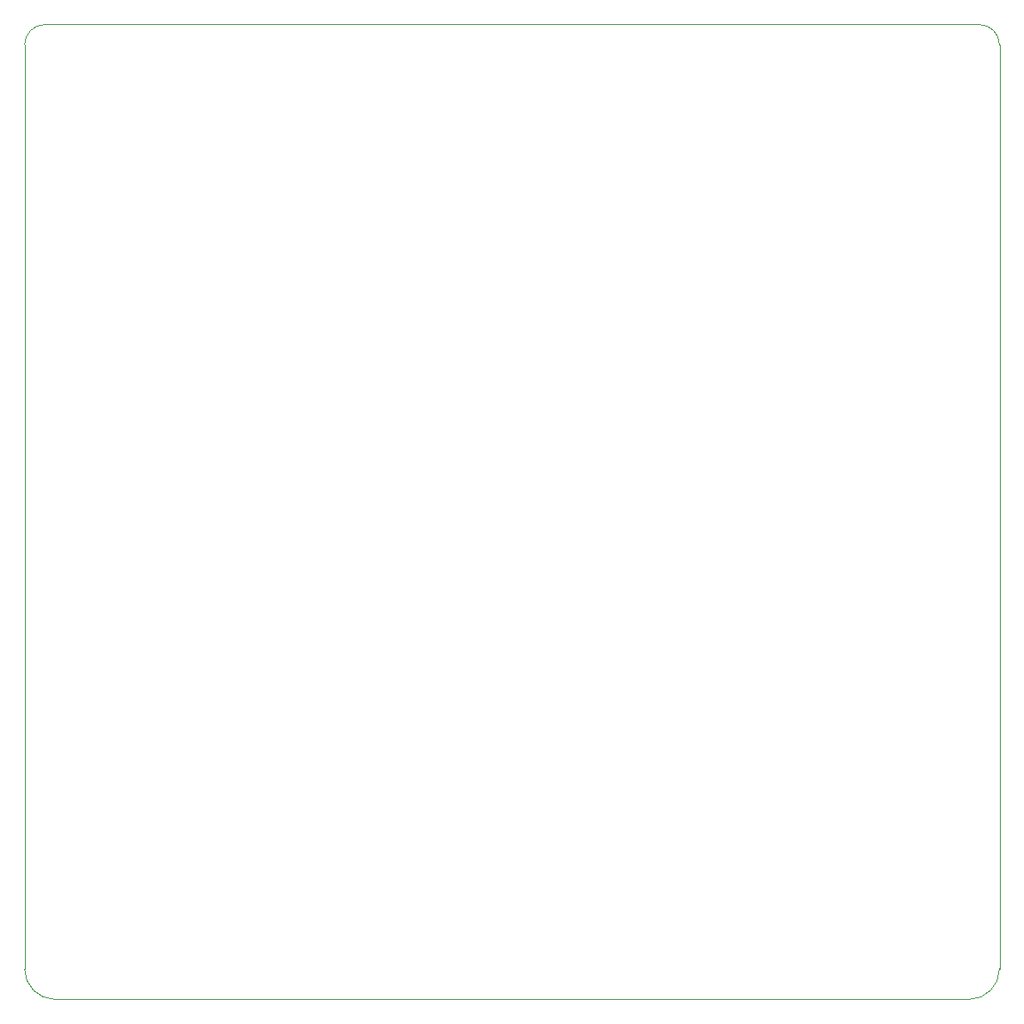
<source format=gm1>
G04 #@! TF.GenerationSoftware,KiCad,Pcbnew,8.0.1*
G04 #@! TF.CreationDate,2024-08-03T12:43:22+02:00*
G04 #@! TF.ProjectId,stepper_controller_v2,73746570-7065-4725-9f63-6f6e74726f6c,rev?*
G04 #@! TF.SameCoordinates,Original*
G04 #@! TF.FileFunction,Profile,NP*
%FSLAX46Y46*%
G04 Gerber Fmt 4.6, Leading zero omitted, Abs format (unit mm)*
G04 Created by KiCad (PCBNEW 8.0.1) date 2024-08-03 12:43:22*
%MOMM*%
%LPD*%
G01*
G04 APERTURE LIST*
G04 #@! TA.AperFunction,Profile*
%ADD10C,0.050000*%
G04 #@! TD*
G04 APERTURE END LIST*
D10*
X115000000Y-47000000D02*
G75*
G02*
X117000000Y-45000000I2000000J0D01*
G01*
X209000000Y-45000000D02*
X117000000Y-45000000D01*
X115000000Y-47000000D02*
X115000000Y-138000000D01*
X209000000Y-45000000D02*
G75*
G02*
X211000000Y-47000000I0J-2000000D01*
G01*
X118000000Y-141000000D02*
G75*
G02*
X115000000Y-138000000I0J3000000D01*
G01*
X211000000Y-138000000D02*
G75*
G02*
X208000000Y-141000000I-3000000J0D01*
G01*
X118000000Y-141000000D02*
X208000000Y-141000000D01*
X211000000Y-138000000D02*
X211000000Y-47000000D01*
M02*

</source>
